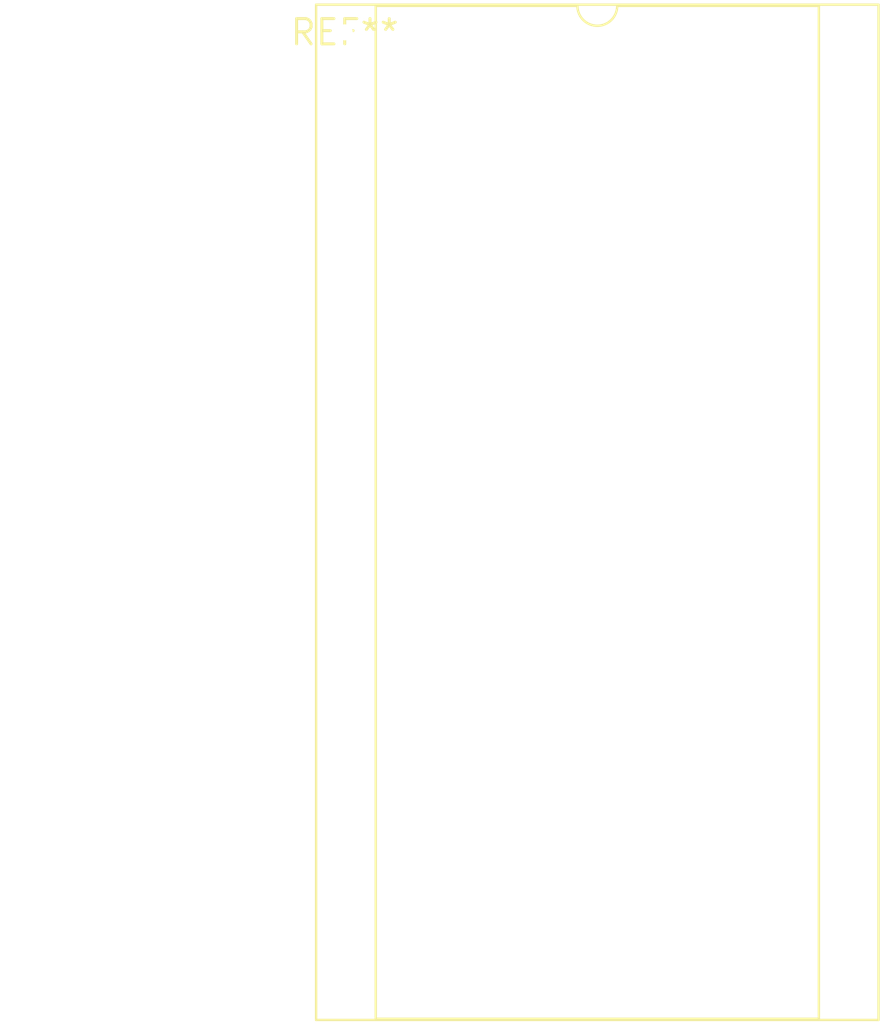
<source format=kicad_pcb>
(kicad_pcb (version 20240108) (generator pcbnew)
  (layers (0 "F.Cu" signal) (31 "B.Cu" signal) (34 "B.Paste" user) (35 "F.Paste" user) (36 "B.SilkS" user "B.Silkscreen") (37 "F.SilkS" user "F.Silkscreen") (38 "B.Mask" user) (39 "F.Mask" user) (44 "Edge.Cuts" user))
  (net 0 "")
  (footprint "DIP-40_W25.4mm_Socket_LongPads" (layer "F.Cu") (at 0 0)
    (property "Reference" "REF**")
    (property "Value" "DIP-40_W25.4mm_Socket_LongPads")
    (fp_line (start -1.44 -1.39) (end -1.44 49.65) (layer "F.SilkS") (stroke (width 0.12)))
    (fp_line (start -1.44 49.65) (end 26.84 49.65) (layer "F.SilkS") (stroke (width 0.12)))
    (fp_line (start 1.56 -1.33) (end 1.56 49.59) (layer "F.SilkS") (stroke (width 0.12)))
    (fp_line (start 1.56 49.59) (end 23.84 49.59) (layer "F.SilkS") (stroke (width 0.12)))
    (fp_line (start 11.7 -1.33) (end 1.56 -1.33) (layer "F.SilkS") (stroke (width 0.12)))
    (fp_line (start 23.84 -1.33) (end 13.7 -1.33) (layer "F.SilkS") (stroke (width 0.12)))
    (fp_line (start 23.84 49.59) (end 23.84 -1.33) (layer "F.SilkS") (stroke (width 0.12)))
    (fp_line (start 26.84 -1.39) (end -1.44 -1.39) (layer "F.SilkS") (stroke (width 0.12)))
    (fp_line (start 26.84 49.65) (end 26.84 -1.39) (layer "F.SilkS") (stroke (width 0.12)))
    (fp_arc (start 13.7 -1.33) (mid 12.7 -0.33) (end 11.7 -1.33) (layer "F.SilkS") (stroke (width 0.12)))
    (pad "1" thru_hole rect (at 0 0) (size 2.4 1.6) (drill 0.8) (layers *.Cu *.Mask) (remove_unused_layers))
    (pad "2" thru_hole oval (at 0 2.54) (size 2.4 1.6) (drill 0.8) (layers *.Cu *.Mask) (remove_unused_layers))
    (pad "3" thru_hole oval (at 0 5.08) (size 2.4 1.6) (drill 0.8) (layers *.Cu *.Mask) (remove_unused_layers))
    (pad "4" thru_hole oval (at 0 7.62) (size 2.4 1.6) (drill 0.8) (layers *.Cu *.Mask) (remove_unused_layers))
    (pad "5" thru_hole oval (at 0 10.16) (size 2.4 1.6) (drill 0.8) (layers *.Cu *.Mask) (remove_unused_layers))
    (pad "6" thru_hole oval (at 0 12.7) (size 2.4 1.6) (drill 0.8) (layers *.Cu *.Mask) (remove_unused_layers))
    (pad "7" thru_hole oval (at 0 15.24) (size 2.4 1.6) (drill 0.8) (layers *.Cu *.Mask) (remove_unused_layers))
    (pad "8" thru_hole oval (at 0 17.78) (size 2.4 1.6) (drill 0.8) (layers *.Cu *.Mask) (remove_unused_layers))
    (pad "9" thru_hole oval (at 0 20.32) (size 2.4 1.6) (drill 0.8) (layers *.Cu *.Mask) (remove_unused_layers))
    (pad "10" thru_hole oval (at 0 22.86) (size 2.4 1.6) (drill 0.8) (layers *.Cu *.Mask) (remove_unused_layers))
    (pad "11" thru_hole oval (at 0 25.4) (size 2.4 1.6) (drill 0.8) (layers *.Cu *.Mask) (remove_unused_layers))
    (pad "12" thru_hole oval (at 0 27.94) (size 2.4 1.6) (drill 0.8) (layers *.Cu *.Mask) (remove_unused_layers))
    (pad "13" thru_hole oval (at 0 30.48) (size 2.4 1.6) (drill 0.8) (layers *.Cu *.Mask) (remove_unused_layers))
    (pad "14" thru_hole oval (at 0 33.02) (size 2.4 1.6) (drill 0.8) (layers *.Cu *.Mask) (remove_unused_layers))
    (pad "15" thru_hole oval (at 0 35.56) (size 2.4 1.6) (drill 0.8) (layers *.Cu *.Mask) (remove_unused_layers))
    (pad "16" thru_hole oval (at 0 38.1) (size 2.4 1.6) (drill 0.8) (layers *.Cu *.Mask) (remove_unused_layers))
    (pad "17" thru_hole oval (at 0 40.64) (size 2.4 1.6) (drill 0.8) (layers *.Cu *.Mask) (remove_unused_layers))
    (pad "18" thru_hole oval (at 0 43.18) (size 2.4 1.6) (drill 0.8) (layers *.Cu *.Mask) (remove_unused_layers))
    (pad "19" thru_hole oval (at 0 45.72) (size 2.4 1.6) (drill 0.8) (layers *.Cu *.Mask) (remove_unused_layers))
    (pad "20" thru_hole oval (at 0 48.26) (size 2.4 1.6) (drill 0.8) (layers *.Cu *.Mask) (remove_unused_layers))
    (pad "21" thru_hole oval (at 25.4 48.26) (size 2.4 1.6) (drill 0.8) (layers *.Cu *.Mask) (remove_unused_layers))
    (pad "22" thru_hole oval (at 25.4 45.72) (size 2.4 1.6) (drill 0.8) (layers *.Cu *.Mask) (remove_unused_layers))
    (pad "23" thru_hole oval (at 25.4 43.18) (size 2.4 1.6) (drill 0.8) (layers *.Cu *.Mask) (remove_unused_layers))
    (pad "24" thru_hole oval (at 25.4 40.64) (size 2.4 1.6) (drill 0.8) (layers *.Cu *.Mask) (remove_unused_layers))
    (pad "25" thru_hole oval (at 25.4 38.1) (size 2.4 1.6) (drill 0.8) (layers *.Cu *.Mask) (remove_unused_layers))
    (pad "26" thru_hole oval (at 25.4 35.56) (size 2.4 1.6) (drill 0.8) (layers *.Cu *.Mask) (remove_unused_layers))
    (pad "27" thru_hole oval (at 25.4 33.02) (size 2.4 1.6) (drill 0.8) (layers *.Cu *.Mask) (remove_unused_layers))
    (pad "28" thru_hole oval (at 25.4 30.48) (size 2.4 1.6) (drill 0.8) (layers *.Cu *.Mask) (remove_unused_layers))
    (pad "29" thru_hole oval (at 25.4 27.94) (size 2.4 1.6) (drill 0.8) (layers *.Cu *.Mask) (remove_unused_layers))
    (pad "30" thru_hole oval (at 25.4 25.4) (size 2.4 1.6) (drill 0.8) (layers *.Cu *.Mask) (remove_unused_layers))
    (pad "31" thru_hole oval (at 25.4 22.86) (size 2.4 1.6) (drill 0.8) (layers *.Cu *.Mask) (remove_unused_layers))
    (pad "32" thru_hole oval (at 25.4 20.32) (size 2.4 1.6) (drill 0.8) (layers *.Cu *.Mask) (remove_unused_layers))
    (pad "33" thru_hole oval (at 25.4 17.78) (size 2.4 1.6) (drill 0.8) (layers *.Cu *.Mask) (remove_unused_layers))
    (pad "34" thru_hole oval (at 25.4 15.24) (size 2.4 1.6) (drill 0.8) (layers *.Cu *.Mask) (remove_unused_layers))
    (pad "35" thru_hole oval (at 25.4 12.7) (size 2.4 1.6) (drill 0.8) (layers *.Cu *.Mask) (remove_unused_layers))
    (pad "36" thru_hole oval (at 25.4 10.16) (size 2.4 1.6) (drill 0.8) (layers *.Cu *.Mask) (remove_unused_layers))
    (pad "37" thru_hole oval (at 25.4 7.62) (size 2.4 1.6) (drill 0.8) (layers *.Cu *.Mask) (remove_unused_layers))
    (pad "38" thru_hole oval (at 25.4 5.08) (size 2.4 1.6) (drill 0.8) (layers *.Cu *.Mask) (remove_unused_layers))
    (pad "39" thru_hole oval (at 25.4 2.54) (size 2.4 1.6) (drill 0.8) (layers *.Cu *.Mask) (remove_unused_layers))
    (pad "40" thru_hole oval (at 25.4 0) (size 2.4 1.6) (drill 0.8) (layers *.Cu *.Mask) (remove_unused_layers))
  )
)
</source>
